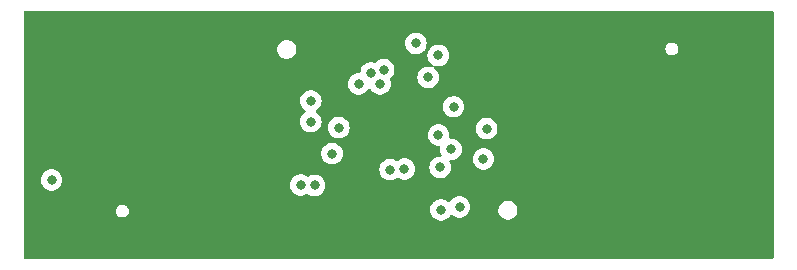
<source format=gbr>
%TF.GenerationSoftware,KiCad,Pcbnew,8.0.6*%
%TF.CreationDate,2024-11-25T21:01:29+01:00*%
%TF.ProjectId,nard_sam,6e617264-5f73-4616-9d2e-6b696361645f,rev?*%
%TF.SameCoordinates,Original*%
%TF.FileFunction,Copper,L2,Inr*%
%TF.FilePolarity,Positive*%
%FSLAX46Y46*%
G04 Gerber Fmt 4.6, Leading zero omitted, Abs format (unit mm)*
G04 Created by KiCad (PCBNEW 8.0.6) date 2024-11-25 21:01:29*
%MOMM*%
%LPD*%
G01*
G04 APERTURE LIST*
%TA.AperFunction,ViaPad*%
%ADD10C,0.800000*%
%TD*%
G04 APERTURE END LIST*
D10*
%TO.N,+5V*%
X74110000Y-74327600D03*
X110675000Y-72550000D03*
X104952800Y-62763400D03*
%TO.N,GND*%
X132525000Y-65200000D03*
X101800000Y-63750000D03*
X103900000Y-69011800D03*
X84350000Y-74900000D03*
X130050000Y-74000000D03*
X91050000Y-77050000D03*
X78625000Y-75275000D03*
X129300000Y-63800000D03*
X91000000Y-63200000D03*
X126625000Y-77400000D03*
X107000000Y-62000000D03*
X115475000Y-77325000D03*
X103925000Y-70625000D03*
X115575000Y-63075000D03*
X99263200Y-63373000D03*
X106100000Y-76100000D03*
X112350000Y-62875000D03*
X74075000Y-65150000D03*
X105181400Y-64490600D03*
X102300000Y-69025000D03*
X73975000Y-78350000D03*
X120050000Y-73325000D03*
X84375000Y-64950000D03*
X79950000Y-62575000D03*
X109100000Y-72775000D03*
X78025000Y-65350000D03*
X123750000Y-65125000D03*
X102300000Y-70625000D03*
X119625000Y-65375000D03*
%TO.N,/PC0*%
X107075000Y-76850000D03*
%TO.N,/PC1*%
X108650000Y-76600000D03*
%TO.N,/USB_DM*%
X102768400Y-73456800D03*
%TO.N,/USB_DP*%
X103987600Y-73406000D03*
%TO.N,/~{RESET}*%
X107924600Y-71729600D03*
%TO.N,/SC1_VCC*%
X101168200Y-65252600D03*
X98425000Y-69900000D03*
%TO.N,/SC2_VCC*%
X105994200Y-65630800D03*
X107010200Y-73250800D03*
%TO.N,/SC1_CLK*%
X96050000Y-67625000D03*
X96050000Y-69375000D03*
%TO.N,/SC1_C4*%
X97850000Y-72100000D03*
X101912250Y-66187250D03*
%TO.N,/SC1_IO*%
X100100000Y-66200000D03*
X95200000Y-74750000D03*
%TO.N,/SC1_C8*%
X102225000Y-64975000D03*
X96375000Y-74775000D03*
%TO.N,/SC2_IO*%
X108150000Y-68125000D03*
X110950000Y-69975000D03*
%TO.N,/SC2_PRsNT*%
X106857800Y-70507600D03*
X106850000Y-63775000D03*
%TD*%
%TA.AperFunction,Conductor*%
%TO.N,GND*%
G36*
X135192121Y-60020002D02*
G01*
X135238614Y-60073658D01*
X135250000Y-60126000D01*
X135250000Y-80874000D01*
X135229998Y-80942121D01*
X135176342Y-80988614D01*
X135124000Y-81000000D01*
X71876000Y-81000000D01*
X71807879Y-80979998D01*
X71761386Y-80926342D01*
X71750000Y-80874000D01*
X71750000Y-76946997D01*
X79551415Y-76946997D01*
X79551415Y-76947002D01*
X79571904Y-77096078D01*
X79571906Y-77096086D01*
X79631860Y-77234116D01*
X79648485Y-77254550D01*
X79726831Y-77350849D01*
X79726837Y-77350853D01*
X79726838Y-77350854D01*
X79849767Y-77437627D01*
X79849773Y-77437630D01*
X79849775Y-77437632D01*
X79991573Y-77488028D01*
X80141710Y-77498297D01*
X80289050Y-77467680D01*
X80422665Y-77398446D01*
X80532647Y-77295730D01*
X80610838Y-77167151D01*
X80622671Y-77124916D01*
X80651438Y-77022250D01*
X80651439Y-77022240D01*
X80654000Y-76947004D01*
X80654000Y-76946995D01*
X80651439Y-76871759D01*
X80651438Y-76871749D01*
X80645344Y-76850000D01*
X106161496Y-76850000D01*
X106181457Y-77039927D01*
X106211526Y-77132470D01*
X106240473Y-77221556D01*
X106240476Y-77221561D01*
X106335958Y-77386941D01*
X106335965Y-77386951D01*
X106463744Y-77528864D01*
X106463747Y-77528866D01*
X106618248Y-77641118D01*
X106792712Y-77718794D01*
X106979513Y-77758500D01*
X107170487Y-77758500D01*
X107357288Y-77718794D01*
X107531752Y-77641118D01*
X107686253Y-77528866D01*
X107704591Y-77508500D01*
X107814034Y-77386951D01*
X107814035Y-77386949D01*
X107814040Y-77386944D01*
X107854434Y-77316978D01*
X107905816Y-77267986D01*
X107975530Y-77254550D01*
X108037614Y-77278043D01*
X108038747Y-77278866D01*
X108193248Y-77391118D01*
X108367712Y-77468794D01*
X108554513Y-77508500D01*
X108745487Y-77508500D01*
X108932288Y-77468794D01*
X109106752Y-77391118D01*
X109261253Y-77278866D01*
X109261994Y-77278043D01*
X109389034Y-77136951D01*
X109389035Y-77136949D01*
X109389040Y-77136944D01*
X109484527Y-76971556D01*
X109536323Y-76812145D01*
X111934515Y-76812145D01*
X111934515Y-76991855D01*
X111945487Y-77039927D01*
X111974503Y-77167056D01*
X111974506Y-77167063D01*
X112052476Y-77328969D01*
X112052477Y-77328970D01*
X112052478Y-77328972D01*
X112164525Y-77469475D01*
X112305028Y-77581522D01*
X112466941Y-77659496D01*
X112642145Y-77699485D01*
X112821853Y-77699485D01*
X112821855Y-77699485D01*
X112997059Y-77659496D01*
X113158972Y-77581522D01*
X113299475Y-77469475D01*
X113411522Y-77328972D01*
X113489496Y-77167059D01*
X113529485Y-76991855D01*
X113532000Y-76902000D01*
X113529485Y-76812145D01*
X113526238Y-76797921D01*
X113524414Y-76789927D01*
X113489496Y-76636941D01*
X113411522Y-76475028D01*
X113299475Y-76334525D01*
X113158972Y-76222478D01*
X113158970Y-76222477D01*
X113158969Y-76222476D01*
X112997063Y-76144506D01*
X112997064Y-76144506D01*
X112997059Y-76144504D01*
X112997057Y-76144503D01*
X112997056Y-76144503D01*
X112925483Y-76128167D01*
X112821855Y-76104515D01*
X112821853Y-76104515D01*
X112642147Y-76104515D01*
X112642145Y-76104515D01*
X112562169Y-76122768D01*
X112466943Y-76144503D01*
X112466936Y-76144506D01*
X112305030Y-76222476D01*
X112164525Y-76334525D01*
X112052476Y-76475030D01*
X111974506Y-76636936D01*
X111974503Y-76636943D01*
X111953983Y-76726849D01*
X111934515Y-76812145D01*
X109536323Y-76812145D01*
X109543542Y-76789928D01*
X109563504Y-76600000D01*
X109543542Y-76410072D01*
X109484527Y-76228444D01*
X109389040Y-76063056D01*
X109389038Y-76063054D01*
X109389034Y-76063048D01*
X109261255Y-75921135D01*
X109106752Y-75808882D01*
X108932288Y-75731206D01*
X108745487Y-75691500D01*
X108554513Y-75691500D01*
X108367711Y-75731206D01*
X108193247Y-75808882D01*
X108038744Y-75921135D01*
X107910965Y-76063048D01*
X107910958Y-76063058D01*
X107870564Y-76133022D01*
X107819181Y-76182014D01*
X107749467Y-76195449D01*
X107687385Y-76171956D01*
X107531752Y-76058882D01*
X107357288Y-75981206D01*
X107170487Y-75941500D01*
X106979513Y-75941500D01*
X106792711Y-75981206D01*
X106618247Y-76058882D01*
X106463744Y-76171135D01*
X106335965Y-76313048D01*
X106335958Y-76313058D01*
X106240476Y-76478438D01*
X106240473Y-76478445D01*
X106181457Y-76660072D01*
X106161496Y-76850000D01*
X80645344Y-76850000D01*
X80610838Y-76726849D01*
X80532647Y-76598270D01*
X80473629Y-76543151D01*
X80422665Y-76495554D01*
X80418138Y-76493208D01*
X80289052Y-76426320D01*
X80210859Y-76410072D01*
X80141710Y-76395703D01*
X80141708Y-76395703D01*
X79991576Y-76405971D01*
X79991574Y-76405971D01*
X79991573Y-76405972D01*
X79872043Y-76448453D01*
X79849772Y-76456369D01*
X79849767Y-76456372D01*
X79726838Y-76543145D01*
X79726829Y-76543153D01*
X79631860Y-76659883D01*
X79571906Y-76797913D01*
X79571904Y-76797921D01*
X79551415Y-76946997D01*
X71750000Y-76946997D01*
X71750000Y-74327600D01*
X73196496Y-74327600D01*
X73216457Y-74517527D01*
X73246526Y-74610070D01*
X73275473Y-74699156D01*
X73275476Y-74699161D01*
X73370958Y-74864541D01*
X73370965Y-74864551D01*
X73498744Y-75006464D01*
X73498747Y-75006466D01*
X73653248Y-75118718D01*
X73827712Y-75196394D01*
X74014513Y-75236100D01*
X74205487Y-75236100D01*
X74392288Y-75196394D01*
X74566752Y-75118718D01*
X74721253Y-75006466D01*
X74849040Y-74864544D01*
X74915172Y-74750000D01*
X94286496Y-74750000D01*
X94306457Y-74939927D01*
X94336526Y-75032470D01*
X94365473Y-75121556D01*
X94365476Y-75121561D01*
X94460958Y-75286941D01*
X94460965Y-75286951D01*
X94588744Y-75428864D01*
X94588747Y-75428866D01*
X94743248Y-75541118D01*
X94917712Y-75618794D01*
X95104513Y-75658500D01*
X95295487Y-75658500D01*
X95482288Y-75618794D01*
X95656752Y-75541118D01*
X95696235Y-75512431D01*
X95763101Y-75488574D01*
X95832253Y-75504654D01*
X95844357Y-75512432D01*
X95918248Y-75566118D01*
X96092712Y-75643794D01*
X96279513Y-75683500D01*
X96470487Y-75683500D01*
X96657288Y-75643794D01*
X96831752Y-75566118D01*
X96986253Y-75453866D01*
X97114040Y-75311944D01*
X97209527Y-75146556D01*
X97268542Y-74964928D01*
X97288504Y-74775000D01*
X97268542Y-74585072D01*
X97209527Y-74403444D01*
X97114040Y-74238056D01*
X97114038Y-74238054D01*
X97114034Y-74238048D01*
X96986255Y-74096135D01*
X96831752Y-73983882D01*
X96657288Y-73906206D01*
X96470487Y-73866500D01*
X96279513Y-73866500D01*
X96092711Y-73906206D01*
X95918246Y-73983882D01*
X95918242Y-73983885D01*
X95878763Y-74012568D01*
X95811895Y-74036426D01*
X95742744Y-74020344D01*
X95730643Y-74012567D01*
X95656752Y-73958882D01*
X95482288Y-73881206D01*
X95295487Y-73841500D01*
X95104513Y-73841500D01*
X94917711Y-73881206D01*
X94743247Y-73958882D01*
X94588744Y-74071135D01*
X94460965Y-74213048D01*
X94460958Y-74213058D01*
X94365476Y-74378438D01*
X94365473Y-74378445D01*
X94306457Y-74560072D01*
X94286496Y-74750000D01*
X74915172Y-74750000D01*
X74944527Y-74699156D01*
X75003542Y-74517528D01*
X75023504Y-74327600D01*
X75003542Y-74137672D01*
X74944527Y-73956044D01*
X74849040Y-73790656D01*
X74849038Y-73790654D01*
X74849034Y-73790648D01*
X74721255Y-73648735D01*
X74566752Y-73536482D01*
X74392288Y-73458806D01*
X74382851Y-73456800D01*
X101854896Y-73456800D01*
X101874857Y-73646727D01*
X101904926Y-73739270D01*
X101933873Y-73828356D01*
X101962241Y-73877491D01*
X102029358Y-73993741D01*
X102029365Y-73993751D01*
X102157144Y-74135664D01*
X102218399Y-74180168D01*
X102311648Y-74247918D01*
X102486112Y-74325594D01*
X102672913Y-74365300D01*
X102863887Y-74365300D01*
X103050688Y-74325594D01*
X103225152Y-74247918D01*
X103338902Y-74165272D01*
X103405765Y-74141417D01*
X103474916Y-74157496D01*
X103487021Y-74165276D01*
X103530843Y-74197115D01*
X103530845Y-74197116D01*
X103530848Y-74197118D01*
X103705312Y-74274794D01*
X103892113Y-74314500D01*
X104083087Y-74314500D01*
X104269888Y-74274794D01*
X104444352Y-74197118D01*
X104598853Y-74084866D01*
X104598855Y-74084864D01*
X104726634Y-73942951D01*
X104726635Y-73942949D01*
X104726640Y-73942944D01*
X104822127Y-73777556D01*
X104881142Y-73595928D01*
X104901104Y-73406000D01*
X104881142Y-73216072D01*
X104822127Y-73034444D01*
X104726640Y-72869056D01*
X104726638Y-72869054D01*
X104726634Y-72869048D01*
X104598855Y-72727135D01*
X104444352Y-72614882D01*
X104269888Y-72537206D01*
X104083087Y-72497500D01*
X103892113Y-72497500D01*
X103705311Y-72537206D01*
X103530847Y-72614882D01*
X103417101Y-72697524D01*
X103350233Y-72721383D01*
X103281082Y-72705302D01*
X103268979Y-72697524D01*
X103225154Y-72665683D01*
X103225153Y-72665682D01*
X103050688Y-72588006D01*
X102863887Y-72548300D01*
X102672913Y-72548300D01*
X102486111Y-72588006D01*
X102311647Y-72665682D01*
X102157144Y-72777935D01*
X102029365Y-72919848D01*
X102029358Y-72919858D01*
X101947944Y-73060872D01*
X101933873Y-73085244D01*
X101919399Y-73129786D01*
X101874857Y-73266872D01*
X101854896Y-73456800D01*
X74382851Y-73456800D01*
X74205487Y-73419100D01*
X74014513Y-73419100D01*
X73827711Y-73458806D01*
X73653247Y-73536482D01*
X73498744Y-73648735D01*
X73370965Y-73790648D01*
X73370958Y-73790658D01*
X73275476Y-73956038D01*
X73275473Y-73956045D01*
X73216457Y-74137672D01*
X73196496Y-74327600D01*
X71750000Y-74327600D01*
X71750000Y-72100000D01*
X96936496Y-72100000D01*
X96956457Y-72289927D01*
X96970542Y-72333274D01*
X97015473Y-72471556D01*
X97015476Y-72471561D01*
X97110958Y-72636941D01*
X97110965Y-72636951D01*
X97238744Y-72778864D01*
X97238747Y-72778866D01*
X97393248Y-72891118D01*
X97567712Y-72968794D01*
X97754513Y-73008500D01*
X97945487Y-73008500D01*
X98132288Y-72968794D01*
X98306752Y-72891118D01*
X98461253Y-72778866D01*
X98513011Y-72721383D01*
X98589034Y-72636951D01*
X98589035Y-72636949D01*
X98589040Y-72636944D01*
X98684527Y-72471556D01*
X98743542Y-72289928D01*
X98763504Y-72100000D01*
X98743542Y-71910072D01*
X98684527Y-71728444D01*
X98589040Y-71563056D01*
X98589038Y-71563054D01*
X98589034Y-71563048D01*
X98461255Y-71421135D01*
X98306752Y-71308882D01*
X98132288Y-71231206D01*
X97945487Y-71191500D01*
X97754513Y-71191500D01*
X97567711Y-71231206D01*
X97393247Y-71308882D01*
X97238744Y-71421135D01*
X97110965Y-71563048D01*
X97110958Y-71563058D01*
X97015476Y-71728438D01*
X97015473Y-71728444D01*
X97005583Y-71758882D01*
X96956457Y-71910072D01*
X96936496Y-72100000D01*
X71750000Y-72100000D01*
X71750000Y-67625000D01*
X95136496Y-67625000D01*
X95156457Y-67814927D01*
X95186526Y-67907470D01*
X95215473Y-67996556D01*
X95215476Y-67996561D01*
X95310958Y-68161941D01*
X95310965Y-68161951D01*
X95438744Y-68303864D01*
X95568399Y-68398064D01*
X95611753Y-68454286D01*
X95617828Y-68525022D01*
X95584697Y-68587814D01*
X95568399Y-68601936D01*
X95438744Y-68696135D01*
X95310965Y-68838048D01*
X95310958Y-68838058D01*
X95215476Y-69003438D01*
X95215473Y-69003445D01*
X95156457Y-69185072D01*
X95136496Y-69375000D01*
X95156457Y-69564927D01*
X95186526Y-69657470D01*
X95215473Y-69746556D01*
X95215476Y-69746561D01*
X95310958Y-69911941D01*
X95310965Y-69911951D01*
X95438744Y-70053864D01*
X95488382Y-70089928D01*
X95593248Y-70166118D01*
X95767712Y-70243794D01*
X95954513Y-70283500D01*
X96145487Y-70283500D01*
X96332288Y-70243794D01*
X96506752Y-70166118D01*
X96661253Y-70053866D01*
X96789040Y-69911944D01*
X96795936Y-69900000D01*
X97511496Y-69900000D01*
X97531457Y-70089927D01*
X97556214Y-70166118D01*
X97590473Y-70271556D01*
X97590476Y-70271561D01*
X97685958Y-70436941D01*
X97685965Y-70436951D01*
X97813744Y-70578864D01*
X97813747Y-70578866D01*
X97968248Y-70691118D01*
X98142712Y-70768794D01*
X98329513Y-70808500D01*
X98520487Y-70808500D01*
X98707288Y-70768794D01*
X98881752Y-70691118D01*
X99036253Y-70578866D01*
X99036255Y-70578864D01*
X99100421Y-70507600D01*
X105944296Y-70507600D01*
X105964257Y-70697527D01*
X105987414Y-70768794D01*
X106023273Y-70879156D01*
X106023276Y-70879161D01*
X106118758Y-71044541D01*
X106118765Y-71044551D01*
X106246544Y-71186464D01*
X106307799Y-71230968D01*
X106401048Y-71298718D01*
X106575512Y-71376394D01*
X106762313Y-71416100D01*
X106904108Y-71416100D01*
X106972229Y-71436102D01*
X107018722Y-71489758D01*
X107029418Y-71555270D01*
X107011096Y-71729599D01*
X107031057Y-71919527D01*
X107061126Y-72012070D01*
X107090073Y-72101156D01*
X107090076Y-72101161D01*
X107120178Y-72153300D01*
X107136916Y-72222296D01*
X107113695Y-72289387D01*
X107057888Y-72333274D01*
X107011059Y-72342300D01*
X106914713Y-72342300D01*
X106727911Y-72382006D01*
X106553447Y-72459682D01*
X106398944Y-72571935D01*
X106271165Y-72713848D01*
X106271158Y-72713858D01*
X106175676Y-72879238D01*
X106175673Y-72879245D01*
X106116657Y-73060872D01*
X106096696Y-73250800D01*
X106116657Y-73440727D01*
X106146726Y-73533270D01*
X106175673Y-73622356D01*
X106175676Y-73622361D01*
X106271158Y-73787741D01*
X106271165Y-73787751D01*
X106398944Y-73929664D01*
X106417232Y-73942951D01*
X106553448Y-74041918D01*
X106727912Y-74119594D01*
X106914713Y-74159300D01*
X107105687Y-74159300D01*
X107292488Y-74119594D01*
X107466952Y-74041918D01*
X107621453Y-73929666D01*
X107621455Y-73929664D01*
X107749234Y-73787751D01*
X107749235Y-73787749D01*
X107749240Y-73787744D01*
X107844727Y-73622356D01*
X107903742Y-73440728D01*
X107923704Y-73250800D01*
X107903742Y-73060872D01*
X107844727Y-72879244D01*
X107814622Y-72827100D01*
X107797884Y-72758104D01*
X107821105Y-72691013D01*
X107876912Y-72647126D01*
X107923741Y-72638100D01*
X108020087Y-72638100D01*
X108206888Y-72598394D01*
X108315583Y-72550000D01*
X109761496Y-72550000D01*
X109781457Y-72739927D01*
X109809782Y-72827100D01*
X109840473Y-72921556D01*
X109840476Y-72921561D01*
X109935958Y-73086941D01*
X109935965Y-73086951D01*
X110063744Y-73228864D01*
X110063747Y-73228866D01*
X110218248Y-73341118D01*
X110392712Y-73418794D01*
X110579513Y-73458500D01*
X110770487Y-73458500D01*
X110957288Y-73418794D01*
X111131752Y-73341118D01*
X111286253Y-73228866D01*
X111414040Y-73086944D01*
X111509527Y-72921556D01*
X111568542Y-72739928D01*
X111588504Y-72550000D01*
X111568542Y-72360072D01*
X111509527Y-72178444D01*
X111414040Y-72013056D01*
X111414038Y-72013054D01*
X111414034Y-72013048D01*
X111286255Y-71871135D01*
X111131752Y-71758882D01*
X110957288Y-71681206D01*
X110770487Y-71641500D01*
X110579513Y-71641500D01*
X110392711Y-71681206D01*
X110218247Y-71758882D01*
X110063744Y-71871135D01*
X109935965Y-72013048D01*
X109935958Y-72013058D01*
X109840476Y-72178438D01*
X109840473Y-72178445D01*
X109781457Y-72360072D01*
X109761496Y-72550000D01*
X108315583Y-72550000D01*
X108381352Y-72520718D01*
X108535853Y-72408466D01*
X108663640Y-72266544D01*
X108759127Y-72101156D01*
X108818142Y-71919528D01*
X108838104Y-71729600D01*
X108818142Y-71539672D01*
X108759127Y-71358044D01*
X108663640Y-71192656D01*
X108663638Y-71192654D01*
X108663634Y-71192648D01*
X108535855Y-71050735D01*
X108381352Y-70938482D01*
X108206888Y-70860806D01*
X108020087Y-70821100D01*
X107878292Y-70821100D01*
X107810171Y-70801098D01*
X107763678Y-70747442D01*
X107752982Y-70681930D01*
X107759878Y-70616310D01*
X107771304Y-70507600D01*
X107751342Y-70317672D01*
X107692327Y-70136044D01*
X107599348Y-69975000D01*
X110036496Y-69975000D01*
X110056457Y-70164927D01*
X110082083Y-70243793D01*
X110115473Y-70346556D01*
X110115476Y-70346561D01*
X110210958Y-70511941D01*
X110210965Y-70511951D01*
X110338744Y-70653864D01*
X110338747Y-70653866D01*
X110493248Y-70766118D01*
X110667712Y-70843794D01*
X110854513Y-70883500D01*
X111045487Y-70883500D01*
X111232288Y-70843794D01*
X111406752Y-70766118D01*
X111561253Y-70653866D01*
X111689040Y-70511944D01*
X111784527Y-70346556D01*
X111843542Y-70164928D01*
X111863504Y-69975000D01*
X111843542Y-69785072D01*
X111784527Y-69603444D01*
X111689040Y-69438056D01*
X111689038Y-69438054D01*
X111689034Y-69438048D01*
X111561255Y-69296135D01*
X111406752Y-69183882D01*
X111232288Y-69106206D01*
X111045487Y-69066500D01*
X110854513Y-69066500D01*
X110667711Y-69106206D01*
X110493247Y-69183882D01*
X110338744Y-69296135D01*
X110210965Y-69438048D01*
X110210958Y-69438058D01*
X110115476Y-69603438D01*
X110115473Y-69603445D01*
X110056457Y-69785072D01*
X110036496Y-69975000D01*
X107599348Y-69975000D01*
X107596840Y-69970656D01*
X107596838Y-69970654D01*
X107596834Y-69970648D01*
X107469055Y-69828735D01*
X107314552Y-69716482D01*
X107140088Y-69638806D01*
X106953287Y-69599100D01*
X106762313Y-69599100D01*
X106575511Y-69638806D01*
X106401047Y-69716482D01*
X106246544Y-69828735D01*
X106118765Y-69970648D01*
X106118758Y-69970658D01*
X106023276Y-70136038D01*
X106023273Y-70136045D01*
X105964257Y-70317672D01*
X105944296Y-70507600D01*
X99100421Y-70507600D01*
X99164034Y-70436951D01*
X99164035Y-70436949D01*
X99164040Y-70436944D01*
X99259527Y-70271556D01*
X99318542Y-70089928D01*
X99338504Y-69900000D01*
X99318542Y-69710072D01*
X99259527Y-69528444D01*
X99164040Y-69363056D01*
X99164038Y-69363054D01*
X99164034Y-69363048D01*
X99036255Y-69221135D01*
X98881752Y-69108882D01*
X98707288Y-69031206D01*
X98520487Y-68991500D01*
X98329513Y-68991500D01*
X98142711Y-69031206D01*
X97968247Y-69108882D01*
X97813744Y-69221135D01*
X97685965Y-69363048D01*
X97685958Y-69363058D01*
X97590476Y-69528438D01*
X97590473Y-69528445D01*
X97531457Y-69710072D01*
X97511496Y-69900000D01*
X96795936Y-69900000D01*
X96884527Y-69746556D01*
X96943542Y-69564928D01*
X96963504Y-69375000D01*
X96943542Y-69185072D01*
X96884527Y-69003444D01*
X96789040Y-68838056D01*
X96789038Y-68838054D01*
X96789034Y-68838048D01*
X96661255Y-68696135D01*
X96614191Y-68661941D01*
X96531598Y-68601934D01*
X96488246Y-68545714D01*
X96482171Y-68474978D01*
X96515302Y-68412186D01*
X96531594Y-68398068D01*
X96661253Y-68303866D01*
X96789040Y-68161944D01*
X96810370Y-68125000D01*
X107236496Y-68125000D01*
X107256457Y-68314927D01*
X107283471Y-68398064D01*
X107315473Y-68496556D01*
X107331908Y-68525022D01*
X107410958Y-68661941D01*
X107410965Y-68661951D01*
X107538744Y-68803864D01*
X107538747Y-68803866D01*
X107693248Y-68916118D01*
X107867712Y-68993794D01*
X108054513Y-69033500D01*
X108245487Y-69033500D01*
X108432288Y-68993794D01*
X108606752Y-68916118D01*
X108761253Y-68803866D01*
X108761255Y-68803864D01*
X108889034Y-68661951D01*
X108889035Y-68661949D01*
X108889040Y-68661944D01*
X108984527Y-68496556D01*
X109043542Y-68314928D01*
X109063504Y-68125000D01*
X109043542Y-67935072D01*
X108984527Y-67753444D01*
X108889040Y-67588056D01*
X108889038Y-67588054D01*
X108889034Y-67588048D01*
X108761255Y-67446135D01*
X108606752Y-67333882D01*
X108432288Y-67256206D01*
X108245487Y-67216500D01*
X108054513Y-67216500D01*
X107867711Y-67256206D01*
X107693247Y-67333882D01*
X107538744Y-67446135D01*
X107410965Y-67588048D01*
X107410958Y-67588058D01*
X107315476Y-67753438D01*
X107315473Y-67753445D01*
X107256457Y-67935072D01*
X107236496Y-68125000D01*
X96810370Y-68125000D01*
X96884527Y-67996556D01*
X96943542Y-67814928D01*
X96963504Y-67625000D01*
X96943542Y-67435072D01*
X96884527Y-67253444D01*
X96789040Y-67088056D01*
X96789038Y-67088054D01*
X96789034Y-67088048D01*
X96661255Y-66946135D01*
X96506752Y-66833882D01*
X96332288Y-66756206D01*
X96145487Y-66716500D01*
X95954513Y-66716500D01*
X95767711Y-66756206D01*
X95593247Y-66833882D01*
X95438744Y-66946135D01*
X95310965Y-67088048D01*
X95310958Y-67088058D01*
X95215476Y-67253438D01*
X95215473Y-67253445D01*
X95156457Y-67435072D01*
X95136496Y-67625000D01*
X71750000Y-67625000D01*
X71750000Y-66200000D01*
X99186496Y-66200000D01*
X99206457Y-66389927D01*
X99216852Y-66421918D01*
X99265473Y-66571556D01*
X99265476Y-66571561D01*
X99360958Y-66736941D01*
X99360965Y-66736951D01*
X99488744Y-66878864D01*
X99488747Y-66878866D01*
X99643248Y-66991118D01*
X99817712Y-67068794D01*
X100004513Y-67108500D01*
X100195487Y-67108500D01*
X100382288Y-67068794D01*
X100556752Y-66991118D01*
X100711253Y-66878866D01*
X100751757Y-66833882D01*
X100839034Y-66736951D01*
X100839035Y-66736949D01*
X100839040Y-66736944D01*
X100900687Y-66630167D01*
X100952068Y-66581176D01*
X101021782Y-66567740D01*
X101087693Y-66594126D01*
X101118923Y-66630167D01*
X101173210Y-66724194D01*
X101173212Y-66724197D01*
X101173215Y-66724201D01*
X101300994Y-66866114D01*
X101300997Y-66866116D01*
X101455498Y-66978368D01*
X101629962Y-67056044D01*
X101816763Y-67095750D01*
X102007737Y-67095750D01*
X102194538Y-67056044D01*
X102369002Y-66978368D01*
X102523503Y-66866116D01*
X102552527Y-66833882D01*
X102651284Y-66724201D01*
X102651285Y-66724199D01*
X102651290Y-66724194D01*
X102746777Y-66558806D01*
X102805792Y-66377178D01*
X102825754Y-66187250D01*
X102805792Y-65997322D01*
X102749613Y-65824424D01*
X102747586Y-65753462D01*
X102784248Y-65692663D01*
X102795377Y-65683563D01*
X102836253Y-65653866D01*
X102857022Y-65630800D01*
X105080696Y-65630800D01*
X105100657Y-65820727D01*
X105103165Y-65828445D01*
X105159673Y-66002356D01*
X105159676Y-66002361D01*
X105255158Y-66167741D01*
X105255165Y-66167751D01*
X105382944Y-66309664D01*
X105382947Y-66309666D01*
X105537448Y-66421918D01*
X105711912Y-66499594D01*
X105898713Y-66539300D01*
X106089687Y-66539300D01*
X106276488Y-66499594D01*
X106450952Y-66421918D01*
X106605453Y-66309666D01*
X106733240Y-66167744D01*
X106828727Y-66002356D01*
X106887742Y-65820728D01*
X106907704Y-65630800D01*
X106887742Y-65440872D01*
X106828727Y-65259244D01*
X106733240Y-65093856D01*
X106733238Y-65093854D01*
X106733234Y-65093848D01*
X106605455Y-64951935D01*
X106507883Y-64881045D01*
X106501121Y-64876132D01*
X106457768Y-64819911D01*
X106451693Y-64749175D01*
X106484824Y-64686383D01*
X106546644Y-64651472D01*
X106601380Y-64650951D01*
X106754508Y-64683500D01*
X106754513Y-64683500D01*
X106945487Y-64683500D01*
X107132288Y-64643794D01*
X107306752Y-64566118D01*
X107461253Y-64453866D01*
X107475487Y-64438058D01*
X107589034Y-64311951D01*
X107589035Y-64311949D01*
X107589040Y-64311944D01*
X107684527Y-64146556D01*
X107743542Y-63964928D01*
X107763504Y-63775000D01*
X107743542Y-63585072D01*
X107684527Y-63403444D01*
X107589040Y-63238056D01*
X107589038Y-63238054D01*
X107589034Y-63238048D01*
X107583586Y-63231997D01*
X126079415Y-63231997D01*
X126079415Y-63232002D01*
X126099904Y-63381078D01*
X126099906Y-63381086D01*
X126159860Y-63519116D01*
X126209987Y-63580729D01*
X126254831Y-63635849D01*
X126254837Y-63635853D01*
X126254838Y-63635854D01*
X126377767Y-63722627D01*
X126377773Y-63722630D01*
X126377775Y-63722632D01*
X126519573Y-63773028D01*
X126669710Y-63783297D01*
X126817050Y-63752680D01*
X126950665Y-63683446D01*
X127060647Y-63580730D01*
X127138838Y-63452151D01*
X127152487Y-63403438D01*
X127179438Y-63307250D01*
X127179439Y-63307240D01*
X127179674Y-63300351D01*
X127182000Y-63232000D01*
X127179439Y-63156756D01*
X127179438Y-63156754D01*
X127179438Y-63156749D01*
X127138838Y-63011849D01*
X127060647Y-62883270D01*
X127025056Y-62850030D01*
X126950665Y-62780554D01*
X126946138Y-62778208D01*
X126817052Y-62711320D01*
X126743380Y-62696011D01*
X126669710Y-62680703D01*
X126669708Y-62680703D01*
X126519576Y-62690971D01*
X126519574Y-62690971D01*
X126519573Y-62690972D01*
X126400043Y-62733453D01*
X126377772Y-62741369D01*
X126377767Y-62741372D01*
X126254838Y-62828145D01*
X126254829Y-62828153D01*
X126159860Y-62944883D01*
X126099906Y-63082913D01*
X126099904Y-63082921D01*
X126079415Y-63231997D01*
X107583586Y-63231997D01*
X107461255Y-63096135D01*
X107306752Y-62983882D01*
X107132288Y-62906206D01*
X106945487Y-62866500D01*
X106754513Y-62866500D01*
X106567711Y-62906206D01*
X106393247Y-62983882D01*
X106238744Y-63096135D01*
X106110965Y-63238048D01*
X106110958Y-63238058D01*
X106015476Y-63403438D01*
X106015473Y-63403445D01*
X105956457Y-63585072D01*
X105936496Y-63775000D01*
X105956457Y-63964927D01*
X105979062Y-64034496D01*
X106015473Y-64146556D01*
X106015476Y-64146561D01*
X106110958Y-64311941D01*
X106110965Y-64311951D01*
X106238744Y-64453864D01*
X106238747Y-64453866D01*
X106343077Y-64529667D01*
X106386431Y-64585888D01*
X106392506Y-64656624D01*
X106359375Y-64719416D01*
X106297555Y-64754327D01*
X106242819Y-64754849D01*
X106089687Y-64722300D01*
X105898713Y-64722300D01*
X105711911Y-64762006D01*
X105537447Y-64839682D01*
X105382944Y-64951935D01*
X105255165Y-65093848D01*
X105255158Y-65093858D01*
X105159676Y-65259238D01*
X105159673Y-65259245D01*
X105100657Y-65440872D01*
X105080696Y-65630800D01*
X102857022Y-65630800D01*
X102964034Y-65511951D01*
X102964035Y-65511949D01*
X102964040Y-65511944D01*
X103059527Y-65346556D01*
X103118542Y-65164928D01*
X103138504Y-64975000D01*
X103118542Y-64785072D01*
X103059527Y-64603444D01*
X102964040Y-64438056D01*
X102964038Y-64438054D01*
X102964034Y-64438048D01*
X102836255Y-64296135D01*
X102681752Y-64183882D01*
X102507288Y-64106206D01*
X102320487Y-64066500D01*
X102129513Y-64066500D01*
X101942711Y-64106206D01*
X101768247Y-64183882D01*
X101613746Y-64296134D01*
X101569936Y-64344789D01*
X101509489Y-64382028D01*
X101450104Y-64383724D01*
X101263687Y-64344100D01*
X101072713Y-64344100D01*
X100885911Y-64383806D01*
X100711447Y-64461482D01*
X100556944Y-64573735D01*
X100429165Y-64715648D01*
X100429158Y-64715658D01*
X100333676Y-64881038D01*
X100333673Y-64881045D01*
X100274657Y-65062672D01*
X100262466Y-65178670D01*
X100235453Y-65244327D01*
X100177231Y-65284957D01*
X100137156Y-65291500D01*
X100004513Y-65291500D01*
X99817711Y-65331206D01*
X99643247Y-65408882D01*
X99488744Y-65521135D01*
X99360965Y-65663048D01*
X99360958Y-65663058D01*
X99265476Y-65828438D01*
X99265473Y-65828445D01*
X99206457Y-66010072D01*
X99186496Y-66200000D01*
X71750000Y-66200000D01*
X71750000Y-63187145D01*
X93206515Y-63187145D01*
X93206515Y-63366855D01*
X93223727Y-63442264D01*
X93246503Y-63542056D01*
X93246506Y-63542063D01*
X93324476Y-63703969D01*
X93324477Y-63703970D01*
X93324478Y-63703972D01*
X93436525Y-63844475D01*
X93577028Y-63956522D01*
X93738941Y-64034496D01*
X93914145Y-64074485D01*
X94093853Y-64074485D01*
X94093855Y-64074485D01*
X94269059Y-64034496D01*
X94430972Y-63956522D01*
X94571475Y-63844475D01*
X94683522Y-63703972D01*
X94761496Y-63542059D01*
X94801485Y-63366855D01*
X94804000Y-63277000D01*
X94801485Y-63187145D01*
X94761496Y-63011941D01*
X94683522Y-62850028D01*
X94614439Y-62763400D01*
X104039296Y-62763400D01*
X104059257Y-62953327D01*
X104078303Y-63011943D01*
X104118273Y-63134956D01*
X104118276Y-63134961D01*
X104213758Y-63300341D01*
X104213765Y-63300351D01*
X104341544Y-63442264D01*
X104341547Y-63442266D01*
X104496048Y-63554518D01*
X104670512Y-63632194D01*
X104857313Y-63671900D01*
X105048287Y-63671900D01*
X105235088Y-63632194D01*
X105409552Y-63554518D01*
X105564053Y-63442266D01*
X105599008Y-63403445D01*
X105691834Y-63300351D01*
X105691835Y-63300349D01*
X105691840Y-63300344D01*
X105787327Y-63134956D01*
X105846342Y-62953328D01*
X105866304Y-62763400D01*
X105846342Y-62573472D01*
X105787327Y-62391844D01*
X105691840Y-62226456D01*
X105691838Y-62226454D01*
X105691834Y-62226448D01*
X105564055Y-62084535D01*
X105409552Y-61972282D01*
X105235088Y-61894606D01*
X105048287Y-61854900D01*
X104857313Y-61854900D01*
X104670511Y-61894606D01*
X104496047Y-61972282D01*
X104341544Y-62084535D01*
X104213765Y-62226448D01*
X104213758Y-62226458D01*
X104118276Y-62391838D01*
X104118273Y-62391845D01*
X104059257Y-62573472D01*
X104039296Y-62763400D01*
X94614439Y-62763400D01*
X94571475Y-62709525D01*
X94430972Y-62597478D01*
X94430970Y-62597477D01*
X94430969Y-62597476D01*
X94269063Y-62519506D01*
X94269064Y-62519506D01*
X94269059Y-62519504D01*
X94269057Y-62519503D01*
X94269056Y-62519503D01*
X94197483Y-62503167D01*
X94093855Y-62479515D01*
X94093853Y-62479515D01*
X93914147Y-62479515D01*
X93914145Y-62479515D01*
X93834169Y-62497768D01*
X93738943Y-62519503D01*
X93738936Y-62519506D01*
X93577030Y-62597476D01*
X93436525Y-62709525D01*
X93324476Y-62850030D01*
X93246506Y-63011936D01*
X93246503Y-63011943D01*
X93230305Y-63082913D01*
X93206515Y-63187145D01*
X71750000Y-63187145D01*
X71750000Y-60126000D01*
X71770002Y-60057879D01*
X71823658Y-60011386D01*
X71876000Y-60000000D01*
X135124000Y-60000000D01*
X135192121Y-60020002D01*
G37*
%TD.AperFunction*%
%TD*%
M02*

</source>
